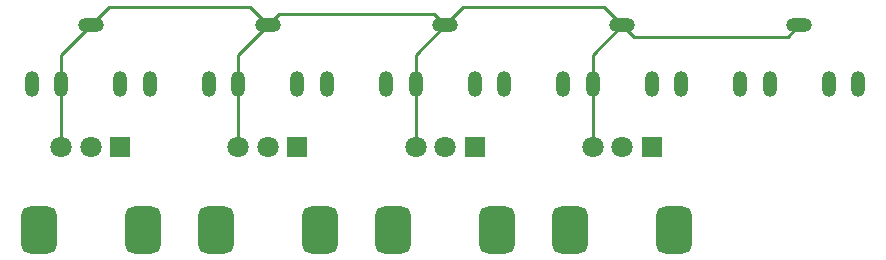
<source format=gbr>
%TF.GenerationSoftware,KiCad,Pcbnew,7.0.1-0*%
%TF.CreationDate,2024-04-25T19:19:38-04:00*%
%TF.ProjectId,mixer,6d697865-722e-46b6-9963-61645f706362,rev?*%
%TF.SameCoordinates,Original*%
%TF.FileFunction,Copper,L2,Bot*%
%TF.FilePolarity,Positive*%
%FSLAX46Y46*%
G04 Gerber Fmt 4.6, Leading zero omitted, Abs format (unit mm)*
G04 Created by KiCad (PCBNEW 7.0.1-0) date 2024-04-25 19:19:38*
%MOMM*%
%LPD*%
G01*
G04 APERTURE LIST*
G04 Aperture macros list*
%AMRoundRect*
0 Rectangle with rounded corners*
0 $1 Rounding radius*
0 $2 $3 $4 $5 $6 $7 $8 $9 X,Y pos of 4 corners*
0 Add a 4 corners polygon primitive as box body*
4,1,4,$2,$3,$4,$5,$6,$7,$8,$9,$2,$3,0*
0 Add four circle primitives for the rounded corners*
1,1,$1+$1,$2,$3*
1,1,$1+$1,$4,$5*
1,1,$1+$1,$6,$7*
1,1,$1+$1,$8,$9*
0 Add four rect primitives between the rounded corners*
20,1,$1+$1,$2,$3,$4,$5,0*
20,1,$1+$1,$4,$5,$6,$7,0*
20,1,$1+$1,$6,$7,$8,$9,0*
20,1,$1+$1,$8,$9,$2,$3,0*%
G04 Aperture macros list end*
%TA.AperFunction,ComponentPad*%
%ADD10O,1.200000X2.200000*%
%TD*%
%TA.AperFunction,ComponentPad*%
%ADD11O,2.200000X1.200000*%
%TD*%
%TA.AperFunction,ComponentPad*%
%ADD12R,1.800000X1.800000*%
%TD*%
%TA.AperFunction,ComponentPad*%
%ADD13C,1.800000*%
%TD*%
%TA.AperFunction,ComponentPad*%
%ADD14RoundRect,0.750000X-0.750000X1.250000X-0.750000X-1.250000X0.750000X-1.250000X0.750000X1.250000X0*%
%TD*%
%TA.AperFunction,Conductor*%
%ADD15C,0.250000*%
%TD*%
G04 APERTURE END LIST*
D10*
%TO.P,U1,R*%
%TO.N,in_1.in-r*%
X118366000Y-99060000D03*
%TO.P,U1,RN*%
%TO.N,N/C*%
X115866000Y-99060000D03*
D11*
%TO.P,U1,S*%
%TO.N,ground*%
X113366000Y-94060000D03*
D10*
%TO.P,U1,T*%
%TO.N,in_1.in-t*%
X108366000Y-99060000D03*
%TO.P,U1,TN*%
%TO.N,N/C*%
X110866000Y-99060000D03*
%TD*%
D12*
%TO.P,U2,1*%
%TO.N,output*%
X115866000Y-104409000D03*
D13*
%TO.P,U2,2*%
%TO.N,in_1.in-t*%
X113366000Y-104409000D03*
%TO.P,U2,3*%
%TO.N,ground*%
X110866000Y-104409000D03*
D14*
%TO.P,U2,MP*%
%TO.N,N/C*%
X117766000Y-111409000D03*
X108966000Y-111409000D03*
%TD*%
D12*
%TO.P,U8,1*%
%TO.N,output*%
X160857750Y-104409000D03*
D13*
%TO.P,U8,2*%
%TO.N,in_4.in-t*%
X158357750Y-104409000D03*
%TO.P,U8,3*%
%TO.N,ground*%
X155857750Y-104409000D03*
D14*
%TO.P,U8,MP*%
%TO.N,N/C*%
X162757750Y-111409000D03*
X153957750Y-111409000D03*
%TD*%
D10*
%TO.P,U9,R*%
%TO.N,out-r*%
X178355000Y-99060000D03*
%TO.P,U9,RN*%
%TO.N,N/C*%
X175855000Y-99060000D03*
D11*
%TO.P,U9,S*%
%TO.N,ground*%
X173355000Y-94060000D03*
D10*
%TO.P,U9,T*%
%TO.N,output*%
X168355000Y-99060000D03*
%TO.P,U9,TN*%
%TO.N,N/C*%
X170855000Y-99060000D03*
%TD*%
%TO.P,U3,R*%
%TO.N,in_2.in-r*%
X133363250Y-99060000D03*
%TO.P,U3,RN*%
%TO.N,N/C*%
X130863250Y-99060000D03*
D11*
%TO.P,U3,S*%
%TO.N,ground*%
X128363250Y-94060000D03*
D10*
%TO.P,U3,T*%
%TO.N,in_2.in-t*%
X123363250Y-99060000D03*
%TO.P,U3,TN*%
%TO.N,N/C*%
X125863250Y-99060000D03*
%TD*%
%TO.P,U5,R*%
%TO.N,in_3.in-r*%
X148360500Y-99060000D03*
%TO.P,U5,RN*%
%TO.N,N/C*%
X145860500Y-99060000D03*
D11*
%TO.P,U5,S*%
%TO.N,ground*%
X143360500Y-94060000D03*
D10*
%TO.P,U5,T*%
%TO.N,in_3.in-t*%
X138360500Y-99060000D03*
%TO.P,U5,TN*%
%TO.N,N/C*%
X140860500Y-99060000D03*
%TD*%
D12*
%TO.P,U4,1*%
%TO.N,output*%
X130863249Y-104409000D03*
D13*
%TO.P,U4,2*%
%TO.N,in_2.in-t*%
X128363249Y-104409000D03*
%TO.P,U4,3*%
%TO.N,ground*%
X125863249Y-104409000D03*
D14*
%TO.P,U4,MP*%
%TO.N,N/C*%
X132763249Y-111409000D03*
X123963249Y-111409000D03*
%TD*%
D12*
%TO.P,U6,1*%
%TO.N,output*%
X145860500Y-104409000D03*
D13*
%TO.P,U6,2*%
%TO.N,in_3.in-t*%
X143360500Y-104409000D03*
%TO.P,U6,3*%
%TO.N,ground*%
X140860500Y-104409000D03*
D14*
%TO.P,U6,MP*%
%TO.N,N/C*%
X147760500Y-111409000D03*
X138960500Y-111409000D03*
%TD*%
D10*
%TO.P,U7,R*%
%TO.N,in_4.in-r*%
X163357750Y-99060000D03*
%TO.P,U7,RN*%
%TO.N,N/C*%
X160857750Y-99060000D03*
D11*
%TO.P,U7,S*%
%TO.N,ground*%
X158357750Y-94060000D03*
D10*
%TO.P,U7,T*%
%TO.N,in_4.in-t*%
X153357750Y-99060000D03*
%TO.P,U7,TN*%
%TO.N,N/C*%
X155857750Y-99060000D03*
%TD*%
D15*
%TO.N,ground*%
X140860500Y-96560000D02*
X140860500Y-104409000D01*
X128363250Y-94060000D02*
X125863249Y-96560001D01*
X114891000Y-92535000D02*
X113366000Y-94060000D01*
X128363250Y-94060000D02*
X126838250Y-92535000D01*
X159332750Y-95035000D02*
X158357750Y-94060000D01*
X125863249Y-96560001D02*
X125863249Y-104409000D01*
X143360500Y-94060000D02*
X140860500Y-96560000D01*
X110866000Y-96560000D02*
X110866000Y-104409000D01*
X143360500Y-94060000D02*
X142385500Y-93085000D01*
X144885500Y-92535000D02*
X143360500Y-94060000D01*
X155857750Y-96560000D02*
X155857750Y-104409000D01*
X113366000Y-94060000D02*
X110866000Y-96560000D01*
X172380000Y-95035000D02*
X159332750Y-95035000D01*
X129338250Y-93085000D02*
X128363250Y-94060000D01*
X158357750Y-94060000D02*
X155857750Y-96560000D01*
X156832750Y-92535000D02*
X144885500Y-92535000D01*
X173355000Y-94060000D02*
X172380000Y-95035000D01*
X126838250Y-92535000D02*
X114891000Y-92535000D01*
X158357750Y-94060000D02*
X156832750Y-92535000D01*
X142385500Y-93085000D02*
X129338250Y-93085000D01*
%TD*%
M02*

</source>
